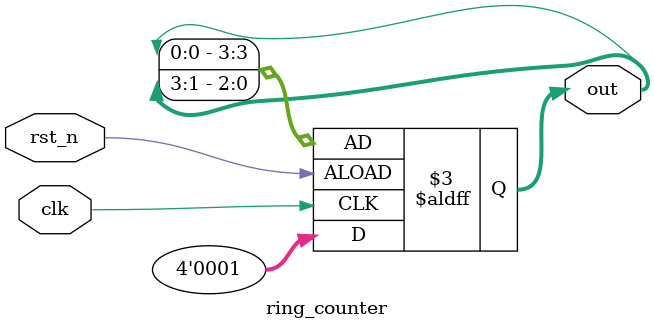
<source format=v>
`timescale 1ns / 1ps

module ring_counter #(parameter SIZE = 4)
  (input clk, rst_n,
   output reg [SIZE-1:0]out);
  
   integer i;
  
  always @(posedge clk or negedge rst_n)
    begin
      if(rst_n)
        out <= 1;
      else
        begin
          out[SIZE-1] <= out[0];
          for(i = 0; i < SIZE-1; i=i+1)
            begin
              out[i] <= out[i+1];
            end
        end
    end
endmodule
</source>
